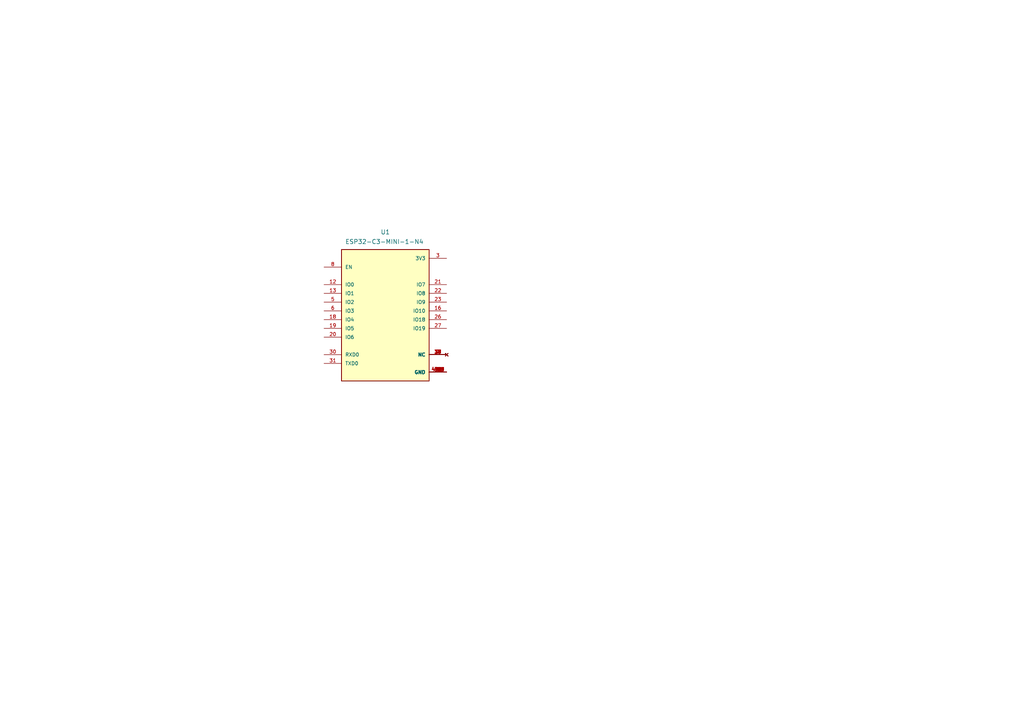
<source format=kicad_sch>
(kicad_sch (version 20231120) (generator "eeschema") (generator_version "8.0")
  (paper "A4")
  (lib_symbols
    (symbol "ESP32-C3-MINI-N4:ESP32-C3-MINI-1-N4" (pin_names (offset 1.016))
      (property "Reference" "U" (at -12.7 18.796 0))
      (property "Value" "ESP32-C3-MINI-1-N4" (at -12.7 -22.86 0))
      (symbol "ESP32-C3-MINI-1-N4_0_0"
        (rectangle (start -12.7 -20.32) (end 12.7 17.78) (stroke (width 0.254)) (fill (type background)))
        (pin power_in line (at 17.78 -17.78 180) (length 5.08) (name "GND") (number "1"))
        (pin no_connect line (at 17.78 -12.7 180) (length 5.08) (name "NC") (number "10"))
        (pin power_in line (at 17.78 -17.78 180) (length 5.08) (name "GND") (number "11"))
        (pin bidirectional line (at -17.78 7.62 0) (length 5.08) (name "IO0") (number "12"))
        (pin bidirectional line (at -17.78 5.08 0) (length 5.08) (name "IO1") (number "13"))
        (pin power_in line (at 17.78 -17.78 180) (length 5.08) (name "GND") (number "14"))
        (pin no_connect line (at 17.78 -12.7 180) (length 5.08) (name "NC") (number "15"))
        (pin bidirectional line (at 17.78 0 180) (length 5.08) (name "IO10") (number "16"))
        (pin no_connect line (at 17.78 -12.7 180) (length 5.08) (name "NC") (number "17"))
        (pin bidirectional line (at -17.78 -2.54 0) (length 5.08) (name "IO4") (number "18"))
        (pin bidirectional line (at -17.78 -5.08 0) (length 5.08) (name "IO5") (number "19"))
        (pin power_in line (at 17.78 -17.78 180) (length 5.08) (name "GND") (number "2"))
        (pin bidirectional line (at -17.78 -7.62 0) (length 5.08) (name "IO6") (number "20"))
        (pin bidirectional line (at 17.78 7.62 180) (length 5.08) (name "IO7") (number "21"))
        (pin bidirectional line (at 17.78 5.08 180) (length 5.08) (name "IO8") (number "22"))
        (pin bidirectional line (at 17.78 2.54 180) (length 5.08) (name "IO9") (number "23"))
        (pin no_connect line (at 17.78 -12.7 180) (length 5.08) (name "NC") (number "24"))
        (pin no_connect line (at 17.78 -12.7 180) (length 5.08) (name "NC") (number "25"))
        (pin bidirectional line (at 17.78 -2.54 180) (length 5.08) (name "IO18") (number "26"))
        (pin bidirectional line (at 17.78 -5.08 180) (length 5.08) (name "IO19") (number "27"))
        (pin no_connect line (at 17.78 -12.7 180) (length 5.08) (name "NC") (number "28"))
        (pin no_connect line (at 17.78 -12.7 180) (length 5.08) (name "NC") (number "29"))
        (pin power_in line (at 17.78 15.24 180) (length 5.08) (name "3V3") (number "3"))
        (pin bidirectional line (at -17.78 -12.7 0) (length 5.08) (name "RXD0") (number "30"))
        (pin bidirectional line (at -17.78 -15.24 0) (length 5.08) (name "TXD0") (number "31"))
        (pin no_connect line (at 17.78 -12.7 180) (length 5.08) (name "NC") (number "32"))
        (pin no_connect line (at 17.78 -12.7 180) (length 5.08) (name "NC") (number "33"))
        (pin no_connect line (at 17.78 -12.7 180) (length 5.08) (name "NC") (number "34"))
        (pin no_connect line (at 17.78 -12.7 180) (length 5.08) (name "NC") (number "35"))
        (pin power_in line (at 17.78 -17.78 180) (length 5.08) (name "GND") (number "36"))
        (pin power_in line (at 17.78 -17.78 180) (length 5.08) (name "GND") (number "37"))
        (pin power_in line (at 17.78 -17.78 180) (length 5.08) (name "GND") (number "38"))
        (pin power_in line (at 17.78 -17.78 180) (length 5.08) (name "GND") (number "39"))
        (pin no_connect line (at 17.78 -12.7 180) (length 5.08) (name "NC") (number "4"))
        (pin power_in line (at 17.78 -17.78 180) (length 5.08) (name "GND") (number "40"))
        (pin power_in line (at 17.78 -17.78 180) (length 5.08) (name "GND") (number "41"))
        (pin power_in line (at 17.78 -17.78 180) (length 5.08) (name "GND") (number "42"))
        (pin power_in line (at 17.78 -17.78 180) (length 5.08) (name "GND") (number "43"))
        (pin power_in line (at 17.78 -17.78 180) (length 5.08) (name "GND") (number "44"))
        (pin power_in line (at 17.78 -17.78 180) (length 5.08) (name "GND") (number "45"))
        (pin power_in line (at 17.78 -17.78 180) (length 5.08) (name "GND") (number "46"))
        (pin power_in line (at 17.78 -17.78 180) (length 5.08) (name "GND") (number "47"))
        (pin power_in line (at 17.78 -17.78 180) (length 5.08) (name "GND") (number "48"))
        (pin power_in line (at 17.78 -17.78 180) (length 5.08) (name "GND") (number "49_1"))
        (pin power_in line (at 17.78 -17.78 180) (length 5.08) (name "GND") (number "49_2"))
        (pin power_in line (at 17.78 -17.78 180) (length 5.08) (name "GND") (number "49_3"))
        (pin power_in line (at 17.78 -17.78 180) (length 5.08) (name "GND") (number "49_4"))
        (pin power_in line (at 17.78 -17.78 180) (length 5.08) (name "GND") (number "49_5"))
        (pin power_in line (at 17.78 -17.78 180) (length 5.08) (name "GND") (number "49_6"))
        (pin power_in line (at 17.78 -17.78 180) (length 5.08) (name "GND") (number "49_7"))
        (pin power_in line (at 17.78 -17.78 180) (length 5.08) (name "GND") (number "49_8"))
        (pin power_in line (at 17.78 -17.78 180) (length 5.08) (name "GND") (number "49_9"))
        (pin bidirectional line (at -17.78 2.54 0) (length 5.08) (name "IO2") (number "5"))
        (pin power_in line (at 17.78 -17.78 180) (length 5.08) (name "GND") (number "50"))
        (pin power_in line (at 17.78 -17.78 180) (length 5.08) (name "GND") (number "51"))
        (pin power_in line (at 17.78 -17.78 180) (length 5.08) (name "GND") (number "52"))
        (pin power_in line (at 17.78 -17.78 180) (length 5.08) (name "GND") (number "53"))
        (pin bidirectional line (at -17.78 0 0) (length 5.08) (name "IO3") (number "6"))
        (pin no_connect line (at 17.78 -12.7 180) (length 5.08) (name "NC") (number "7"))
        (pin input line (at -17.78 12.7 0) (length 5.08) (name "EN") (number "8"))
        (pin no_connect line (at 17.78 -12.7 180) (length 5.08) (name "NC") (number "9"))
      )
    )
  )
  (symbol (lib_id "ESP32-C3-MINI-N4:ESP32-C3-MINI-1-N4") (at 111.76 90.17 0) (unit 1)
    (property "Reference" "U1" (at 111.76 67.31 0))
    (property "Value" "ESP32-C3-MINI-1-N4" (at 111.506 70.104 0))
    (property "Footprint" "ESPLIBRARY:XCVR_ESP32-C3-MINI-1-N4" (effects (hide yes)))
    (property "MF" "Espressif Systems" (effects (hide yes)))
    (property "MAXIMUM_PACKAGE_HEIGHT" "2.55mm" (effects (hide yes)))
    (property "Package" "SMD-53 Espressif Systems" (effects (hide yes)))
    (property "Price" "None" (effects (hide yes)))
    (property "Check_prices" "https://www.snapeda.com/parts/ESP32-C3-MINI-1-N4/Espressif+Systems/view-part/?ref=eda" (effects (hide yes)))
    (property "STANDARD" "Manufacturer Recommendations" (effects (hide yes)))
    (property "PARTREV" "v1.0" (effects (hide yes)))
    (property "SnapEDA_Link" "https://www.snapeda.com/parts/ESP32-C3-MINI-1-N4/Espressif+Systems/view-part/?ref=snap" (effects (hide yes)))
    (property "MP" "ESP32-C3-MINI-1-N4" (effects (hide yes)))
    (property "Purchase-URL" "https://www.snapeda.com/api/url_track_click_mouser/?unipart_id=5656579&manufacturer=Espressif Systems&part_name=ESP32-C3-MINI-1-N4&search_term=esp32-c3-mini-1-n4" (effects (hide yes)))
    (property "Description_1" "\nBluetooth, WiFi 802.11b/g/n, Bluetooth v5.0 Transceiver Module 2.412GHz ~ 2.484GHz PCB Trace Surface Mount\n" (effects (hide yes)))
    (property "Availability" "In Stock" (effects (hide yes)))
    (property "MANUFACTURER" "Espressif Systems" (effects (hide yes)))
  )
)
</source>
